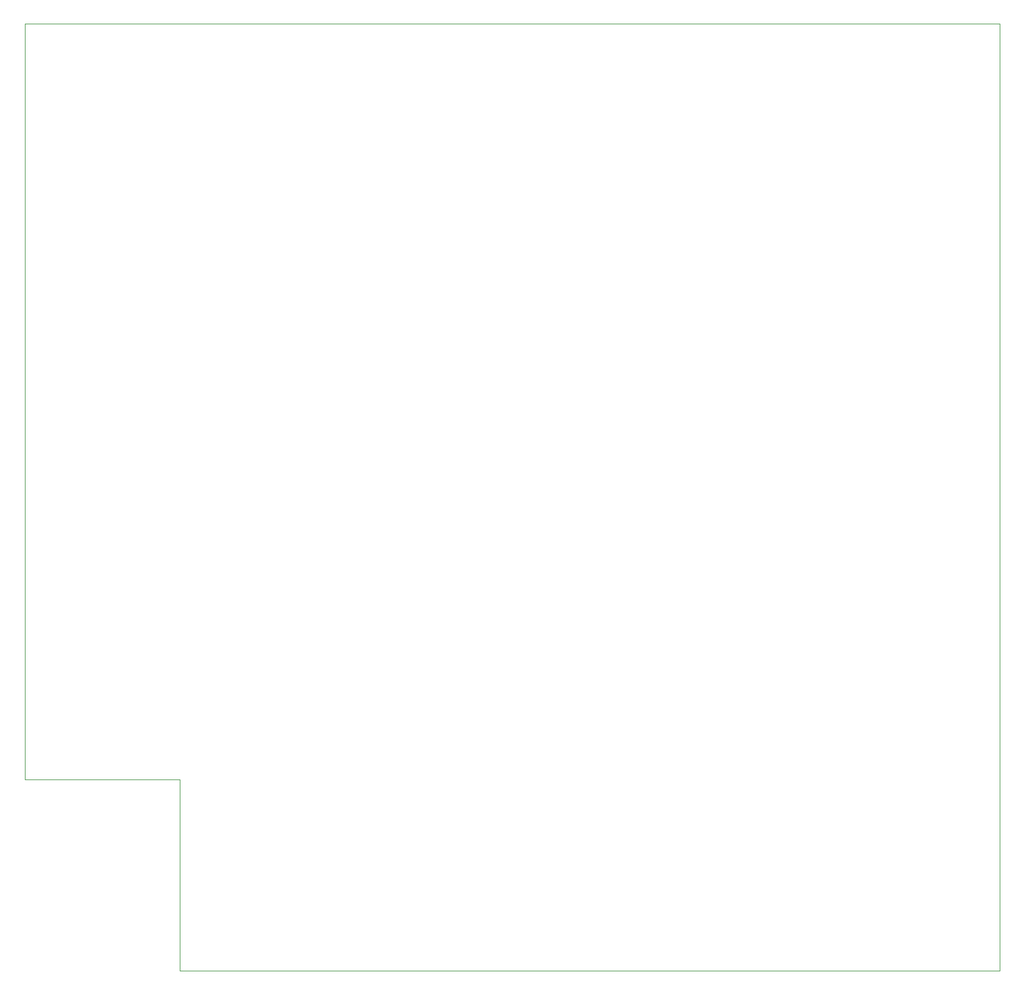
<source format=gm1>
%TF.GenerationSoftware,KiCad,Pcbnew,7.0.10*%
%TF.CreationDate,2024-02-04T11:58:59-08:00*%
%TF.ProjectId,oddball_steno,6f646462-616c-46c5-9f73-74656e6f2e6b,rev?*%
%TF.SameCoordinates,Original*%
%TF.FileFunction,Profile,NP*%
%FSLAX46Y46*%
G04 Gerber Fmt 4.6, Leading zero omitted, Abs format (unit mm)*
G04 Created by KiCad (PCBNEW 7.0.10) date 2024-02-04 11:58:59*
%MOMM*%
%LPD*%
G01*
G04 APERTURE LIST*
%TA.AperFunction,Profile*%
%ADD10C,0.100000*%
%TD*%
G04 APERTURE END LIST*
D10*
X209675500Y-151530625D02*
X95375500Y-151530625D01*
X95375500Y-124845625D01*
X73785500Y-124845625D01*
X73770500Y-19420625D01*
X209675500Y-19420625D01*
X209675500Y-151530625D01*
M02*

</source>
